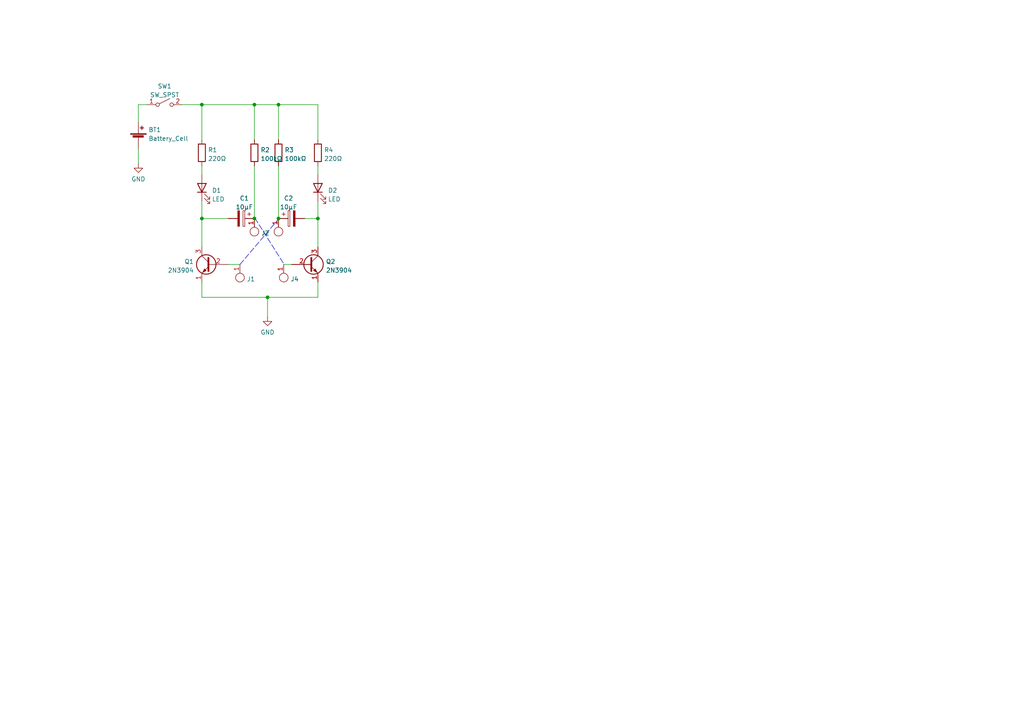
<source format=kicad_sch>
(kicad_sch (version 20211123) (generator eeschema)
  (paper "A4")
  (lib_symbols
    (symbol "Blinky:Jumper_1"
      (property "Reference" "J" (at 0 -2.54 0))
      (symbol "Jumper_1_0_1"
        (circle (center 0 0) (radius 1.27) (stroke (width 0.1524)))
      )
      (symbol "Jumper_1_1_1"
        (pin unspecified line (at 3.81 0 180) (length 2.54) (name "") (number "1"))
      )
    )
    (symbol "Device:Battery_Cell" (pin_numbers hide) (pin_names (offset 0) hide)
      (property "Reference" "BT" (at 2.54 2.54 0))
      (property "Value" "Battery_Cell" (at 2.54 0 0))
      (symbol "Battery_Cell_0_1"
        (rectangle (start -2.286 1.778) (end 2.286 1.524) (fill (type outline)))
        (rectangle (start -1.5748 1.1938) (end 1.4732 0.6858) (fill (type outline)))
        (polyline (pts (xy 0 0.762) (xy 0 0)))
        (polyline (pts (xy 0 1.778) (xy 0 2.54)))
        (polyline (pts (xy 0.508 3.429) (xy 1.524 3.429)) (stroke (width 0.254)))
        (polyline (pts (xy 1.016 3.937) (xy 1.016 2.921)) (stroke (width 0.254)))
      )
      (symbol "Battery_Cell_1_1"
        (pin passive line (at 0 5.08 270) (length 2.54) (name "+") (number "1"))
        (pin passive line (at 0 -2.54 90) (length 2.54) (name "-") (number "2"))
      )
    )
    (symbol "Device:C_Polarized" (pin_numbers hide) (pin_names (offset 0.254))
      (property "Reference" "C" (at 0.635 2.54 0))
      (property "Value" "C_Polarized" (at 0.635 -2.54 0))
      (symbol "C_Polarized_0_1"
        (rectangle (start -2.286 0.508) (end 2.286 1.016))
        (polyline (pts (xy -1.778 2.286) (xy -0.762 2.286)))
        (polyline (pts (xy -1.27 2.794) (xy -1.27 1.778)))
        (rectangle (start 2.286 -0.508) (end -2.286 -1.016) (fill (type outline)))
      )
      (symbol "C_Polarized_1_1"
        (pin passive line (at 0 3.81 270) (length 2.794) (name "~") (number "1"))
        (pin passive line (at 0 -3.81 90) (length 2.794) (name "~") (number "2"))
      )
    )
    (symbol "Device:LED" (pin_numbers hide) (pin_names (offset 1.016) hide)
      (property "Reference" "D" (at 0 2.54 0))
      (property "Value" "LED" (at 0 -2.54 0))
      (symbol "LED_0_1"
        (polyline (pts (xy -1.27 -1.27) (xy -1.27 1.27)) (stroke (width 0.254)))
        (polyline (pts (xy -1.27 0) (xy 1.27 0)))
        (polyline (pts (xy 1.27 -1.27) (xy 1.27 1.27) (xy -1.27 0) (xy 1.27 -1.27)) (stroke (width 0.254)))
        (polyline (pts (xy -3.048 -0.762) (xy -4.572 -2.286) (xy -3.81 -2.286) (xy -4.572 -2.286) (xy -4.572 -1.524)))
        (polyline (pts (xy -1.778 -0.762) (xy -3.302 -2.286) (xy -2.54 -2.286) (xy -3.302 -2.286) (xy -3.302 -1.524)))
      )
      (symbol "LED_1_1"
        (pin passive line (at -3.81 0 0) (length 2.54) (name "K") (number "1"))
        (pin passive line (at 3.81 0 180) (length 2.54) (name "A") (number "2"))
      )
    )
    (symbol "Device:R" (pin_numbers hide) (pin_names (offset 0))
      (property "Reference" "R" (at 2.032 0 90))
      (property "Value" "R" (at 0 0 90))
      (symbol "R_0_1"
        (rectangle (start -1.016 -2.54) (end 1.016 2.54) (stroke (width 0.254)))
      )
      (symbol "R_1_1"
        (pin passive line (at 0 3.81 270) (length 1.27) (name "~") (number "1"))
        (pin passive line (at 0 -3.81 90) (length 1.27) (name "~") (number "2"))
      )
    )
    (symbol "Switch:SW_SPST" (pin_names (offset 0) hide)
      (property "Reference" "SW" (at 0 3.175 0))
      (property "Value" "SW_SPST" (at 0 -2.54 0))
      (symbol "SW_SPST_0_0"
        (circle (center -2.032 0) (radius 0.508))
        (polyline (pts (xy -1.524 0.254) (xy 1.524 1.778)))
        (circle (center 2.032 0) (radius 0.508))
      )
      (symbol "SW_SPST_1_1"
        (pin passive line (at -5.08 0 0) (length 2.54) (name "A") (number "1"))
        (pin passive line (at 5.08 0 180) (length 2.54) (name "B") (number "2"))
      )
    )
    (symbol "Transistor_BJT:2N3904" (pin_names (offset 0) hide)
      (property "Reference" "Q" (at 5.08 1.905 0))
      (property "Value" "2N3904" (at 5.08 0 0))
      (symbol "2N3904_0_1"
        (polyline (pts (xy 0.635 0.635) (xy 2.54 2.54)))
        (polyline (pts (xy 0.635 -0.635) (xy 2.54 -2.54) (xy 2.54 -2.54)))
        (polyline (pts (xy 0.635 1.905) (xy 0.635 -1.905) (xy 0.635 -1.905)) (stroke (width 0.508)))
        (polyline (pts (xy 1.27 -1.778) (xy 1.778 -1.27) (xy 2.286 -2.286) (xy 1.27 -1.778) (xy 1.27 -1.778)) (fill (type outline)))
        (circle (center 1.27 0) (radius 2.8194) (stroke (width 0.254)))
      )
      (symbol "2N3904_1_1"
        (pin passive line (at 2.54 -5.08 90) (length 2.54) (name "E") (number "1"))
        (pin passive line (at -5.08 0 0) (length 5.715) (name "B") (number "2"))
        (pin passive line (at 2.54 5.08 270) (length 2.54) (name "C") (number "3"))
      )
    )
    (symbol "power:GND" (power) (pin_names (offset 0))
      (property "Value" "GND" (at 0 -3.81 0))
      (symbol "GND_0_1"
        (polyline (pts (xy 0 0) (xy 0 -1.27) (xy 1.27 -1.27) (xy 0 -2.54) (xy -1.27 -1.27) (xy 0 -1.27)))
      )
      (symbol "GND_1_1"
        (pin power_in line (at 0 0 270) (length 0) hide (name "GND") (number "1"))
      )
    )
  )
  (junction (at 77.597 86.233))
  (junction (at 80.772 30.353))
  (junction (at 73.787 63.373))
  (junction (at 80.772 63.373))
  (junction (at 92.202 63.373))
  (junction (at 58.547 30.353))
  (junction (at 58.547 63.373))
  (junction (at 73.787 30.353))
  (wire (pts (xy 80.772 30.353) (xy 73.787 30.353)))
  (wire (pts (xy 80.772 48.133) (xy 80.772 63.373)))
  (wire (pts (xy 92.202 48.133) (xy 92.202 50.673)))
  (wire (pts (xy 92.202 86.233) (xy 92.202 81.788)))
  (wire (pts (xy 52.832 30.353) (xy 58.547 30.353)))
  (wire (pts (xy 58.547 81.788) (xy 58.547 86.233)))
  (wire (pts (xy 73.787 30.353) (xy 73.787 40.513)))
  (polyline (pts (xy 69.596 76.708) (xy 81.026 63.246)))
  (wire (pts (xy 77.597 86.233) (xy 77.597 91.948)))
  (wire (pts (xy 40.132 30.353) (xy 42.672 30.353)))
  (wire (pts (xy 92.202 30.353) (xy 80.772 30.353)))
  (wire (pts (xy 80.772 30.353) (xy 80.772 40.513)))
  (wire (pts (xy 58.547 30.353) (xy 58.547 40.513)))
  (wire (pts (xy 92.202 63.373) (xy 92.202 71.628)))
  (wire (pts (xy 58.547 63.373) (xy 66.167 63.373)))
  (wire (pts (xy 66.167 76.708) (xy 69.596 76.708)))
  (polyline (pts (xy 73.914 63.246) (xy 82.423 76.708)))
  (wire (pts (xy 92.202 40.513) (xy 92.202 30.353)))
  (wire (pts (xy 40.132 47.498) (xy 40.132 43.053)))
  (wire (pts (xy 58.547 58.293) (xy 58.547 63.373)))
  (wire (pts (xy 58.547 63.373) (xy 58.547 71.628)))
  (wire (pts (xy 82.296 76.708) (xy 84.582 76.708)))
  (wire (pts (xy 88.392 63.373) (xy 92.202 63.373)))
  (wire (pts (xy 40.132 35.433) (xy 40.132 30.353)))
  (wire (pts (xy 73.787 48.133) (xy 73.787 63.373)))
  (wire (pts (xy 77.597 86.233) (xy 92.202 86.233)))
  (wire (pts (xy 58.547 48.133) (xy 58.547 50.673)))
  (wire (pts (xy 92.202 58.293) (xy 92.202 63.373)))
  (wire (pts (xy 58.547 86.233) (xy 77.597 86.233)))
  (wire (pts (xy 73.787 30.353) (xy 58.547 30.353)))
  (symbol (lib_id "power:GND") (at 40.132 47.498 0) (unit 1)
    (property "Reference" "#PWR01" (effects hide))
    (property "Value" "GND" (at 40.132 51.9414 0))
  )
  (symbol (lib_id "Device:Battery_Cell") (at 40.132 40.513 0) (unit 1)
    (property "Reference" "BT1" (at 43.053 37.6463 0) (effects (justify left)))
    (property "Value" "Battery_Cell" (at 43.053 40.1832 0) (effects (justify left)))
    (property "Footprint" "Battery:BatteryHolder_Keystone_3000_1x12mm" (effects hide))
  )
  (symbol (lib_id "Device:LED") (at 92.202 54.483 90) (unit 1)
    (property "Reference" "D2" (at 95.123 55.2358 90) (effects (justify right)))
    (property "Value" "LED" (at 95.123 57.7727 90) (effects (justify right)))
    (property "Footprint" "LED_THT:LED_D5.0mm" (effects hide))
  )
  (symbol (lib_id "power:GND") (at 77.597 91.948 0) (unit 1)
    (property "Reference" "#PWR02" (effects hide))
    (property "Value" "GND" (at 77.597 96.3914 0))
  )
  (symbol (lib_id "Device:R") (at 80.772 44.323 0) (unit 1)
    (property "Reference" "R3" (at 82.55 43.4883 0) (effects (justify left)))
    (property "Value" "100kΩ" (at 82.55 46.0252 0) (effects (justify left)))
    (property "Footprint" "Resistor_THT:R_Axial_DIN0207_L6.3mm_D2.5mm_P2.54mm_Vertical" (effects hide))
  )
  (symbol (lib_id "Blinky:Jumper_1") (at 69.596 80.518 90) (unit 1)
    (property "Reference" "J1" (at 71.5772 80.9518 90) (effects (justify right)))
    (property "Value" "Jumper_1" (effects hide))
    (property "Footprint" "TestPoint:TestPoint_THTPad_2.0x2.0mm_Drill1.0mm" (effects hide))
  )
  (symbol (lib_id "Blinky:Jumper_1") (at 80.772 67.183 90) (unit 1)
    (property "Reference" "J3" (at 82.7532 67.6168 90) (effects (justify right)))
    (property "Value" "Jumper_1" (effects hide))
    (property "Footprint" "TestPoint:TestPoint_THTPad_2.0x2.0mm_Drill1.0mm" (effects hide))
    (property "Reference" "J3" (effects hide))
    (property "Value" "Jumper_1" (effects hide))
  )
  (symbol (lib_id "Switch:SW_SPST") (at 47.752 30.353 0) (unit 1)
    (property "Reference" "SW1" (at 47.752 25.0022 0))
    (property "Value" "SW_SPST" (at 47.752 27.5391 0))
    (property "Footprint" "Blinky_ZAM:SSK-1202" (effects hide))
  )
  (symbol (lib_id "Device:R") (at 92.202 44.323 0) (unit 1)
    (property "Reference" "R4" (at 93.98 43.4883 0) (effects (justify left)))
    (property "Value" "220Ω" (at 93.98 46.0252 0) (effects (justify left)))
    (property "Footprint" "Resistor_THT:R_Axial_DIN0207_L6.3mm_D2.5mm_P2.54mm_Vertical" (effects hide))
  )
  (symbol (lib_id "Device:C_Polarized") (at 84.582 63.373 90) (mirror x) (unit 1)
    (property "Reference" "C2" (at 83.693 57.5142 90))
    (property "Value" "10μF" (at 83.693 60.0511 90))
    (property "Footprint" "Capacitor_THT:CP_Radial_D5.0mm_P2.50mm" (effects hide))
  )
  (symbol (lib_id "Transistor_BJT:2N3904") (at 61.087 76.708 0) (mirror y) (unit 1)
    (property "Reference" "Q1" (at 56.2357 75.8733 0) (effects (justify left)))
    (property "Value" "2N3904" (at 56.2357 78.4102 0) (effects (justify left)))
    (property "Footprint" "Package_TO_SOT_THT:TO-92_Inline" (effects hide))
    (property "Datasheet" "https://www.onsemi.com/pub/Collateral/2N3903-D.PDF" (effects hide))
  )
  (symbol (lib_id "Device:R") (at 73.787 44.323 0) (unit 1)
    (property "Reference" "R2" (at 75.565 43.4883 0) (effects (justify left)))
    (property "Value" "100kΩ" (at 75.565 46.0252 0) (effects (justify left)))
    (property "Footprint" "Resistor_THT:R_Axial_DIN0207_L6.3mm_D2.5mm_P2.54mm_Vertical" (effects hide))
  )
  (symbol (lib_id "Device:R") (at 58.547 44.323 0) (unit 1)
    (property "Reference" "R1" (at 60.325 43.4883 0) (effects (justify left)))
    (property "Value" "220Ω" (at 60.325 46.0252 0) (effects (justify left)))
    (property "Footprint" "Resistor_THT:R_Axial_DIN0207_L6.3mm_D2.5mm_P2.54mm_Vertical" (effects hide))
  )
  (symbol (lib_id "Device:LED") (at 58.547 54.483 90) (unit 1)
    (property "Reference" "D1" (at 61.468 55.2358 90) (effects (justify right)))
    (property "Value" "LED" (at 61.468 57.7727 90) (effects (justify right)))
    (property "Footprint" "LED_THT:LED_D5.0mm" (effects hide))
  )
  (symbol (lib_id "Blinky:Jumper_1") (at 73.787 67.183 90) (unit 1)
    (property "Reference" "J2" (at 75.7682 67.6168 90) (effects (justify right)))
    (property "Value" "Jumper_1" (effects hide))
    (property "Footprint" "TestPoint:TestPoint_THTPad_2.0x2.0mm_Drill1.0mm" (effects hide))
  )
  (symbol (lib_id "Blinky:Jumper_1") (at 82.296 80.518 90) (unit 1)
    (property "Reference" "J4" (at 84.2772 80.9518 90) (effects (justify right)))
    (property "Value" "Jumper_1" (effects hide))
    (property "Footprint" "TestPoint:TestPoint_THTPad_2.0x2.0mm_Drill1.0mm" (effects hide))
  )
  (symbol (lib_id "Device:C_Polarized") (at 69.977 63.373 270) (unit 1)
    (property "Reference" "C1" (at 70.866 57.5142 90))
    (property "Value" "10μF" (at 70.866 60.0511 90))
    (property "Footprint" "Capacitor_THT:CP_Radial_D5.0mm_P2.50mm" (effects hide))
  )
  (symbol (lib_id "Transistor_BJT:2N3904") (at 89.662 76.708 0) (unit 1)
    (property "Reference" "Q2" (at 94.5134 75.8733 0) (effects (justify left)))
    (property "Value" "2N3904" (at 94.5134 78.4102 0) (effects (justify left)))
    (property "Footprint" "Package_TO_SOT_THT:TO-92_Inline" (effects hide))
    (property "Datasheet" "https://www.onsemi.com/pub/Collateral/2N3903-D.PDF" (effects hide))
  )
)
</source>
